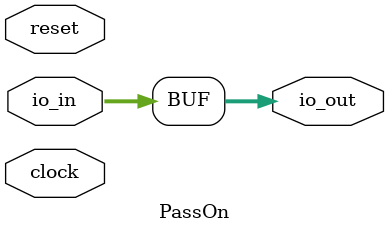
<source format=v>
module PassOn(
  input         clock,
  input         reset,
  input  [63:0] io_in,
  output [63:0] io_out
);
  assign io_out = io_in; // @[BigNumbers.scala 14:10]
endmodule

</source>
